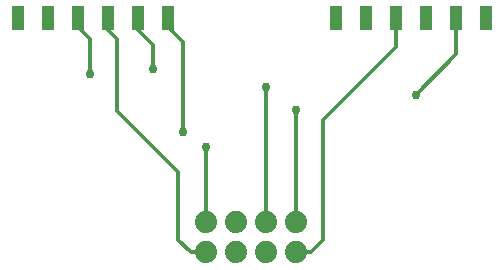
<source format=gbr>
G04 EAGLE Gerber RS-274X export*
G75*
%MOMM*%
%FSLAX34Y34*%
%LPD*%
%INTop Copper*%
%IPPOS*%
%AMOC8*
5,1,8,0,0,1.08239X$1,22.5*%
G01*
%ADD10R,1.020000X2.000000*%
%ADD11C,1.879600*%
%ADD12C,0.304800*%
%ADD13C,0.762000*%


D10*
X44450Y224000D03*
X69850Y224000D03*
X95250Y224000D03*
X120650Y224000D03*
X146050Y224000D03*
X171450Y224000D03*
X313690Y224000D03*
X339090Y224000D03*
X364490Y224000D03*
X389890Y224000D03*
X415290Y224000D03*
X440690Y224000D03*
D11*
X279400Y50800D03*
X279400Y25400D03*
X254000Y50800D03*
X254000Y25400D03*
X228600Y50800D03*
X228600Y25400D03*
X203200Y50800D03*
X203200Y25400D03*
D12*
X279400Y50800D02*
X279400Y146050D01*
X95250Y216380D02*
X95250Y224000D01*
X95250Y216380D02*
X105410Y206220D01*
X105410Y176530D01*
D13*
X279400Y146050D03*
X105410Y176530D03*
D12*
X254000Y165100D02*
X254000Y50800D01*
X158750Y201140D02*
X146050Y213840D01*
X146050Y224000D01*
X158750Y201140D02*
X158750Y180340D01*
D13*
X254000Y165100D03*
X158750Y180340D03*
D12*
X203200Y114300D02*
X203200Y50800D01*
D13*
X203200Y114300D03*
X203200Y114300D03*
X381000Y158750D03*
D12*
X415290Y193040D02*
X415290Y224000D01*
X415290Y193040D02*
X381000Y158750D01*
X302936Y36236D02*
X292100Y25400D01*
X279400Y25400D01*
X364490Y199390D02*
X364490Y224000D01*
X302936Y137836D02*
X302936Y36236D01*
X302936Y137836D02*
X364490Y199390D01*
X203200Y25400D02*
X190500Y25400D01*
X179664Y36236D01*
X179664Y93386D01*
X128270Y144780D01*
X120650Y213840D02*
X120650Y224000D01*
X120650Y213840D02*
X128270Y206220D01*
X128270Y144780D01*
D13*
X184150Y127000D03*
D12*
X184150Y203200D02*
X171450Y215900D01*
X184150Y203200D02*
X184150Y127000D01*
X171450Y215900D02*
X171450Y224000D01*
M02*

</source>
